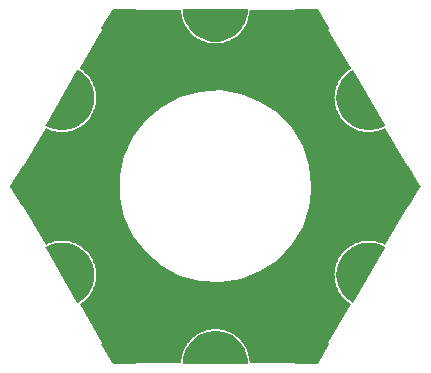
<source format=gbr>
G04 EAGLE Gerber RS-274X export*
G75*
%MOMM*%
%FSLAX34Y34*%
%LPD*%
%INTop Copper*%
%IPPOS*%
%AMOC8*
5,1,8,0,0,1.08239X$1,22.5*%
G01*
%ADD10C,1.000000*%

G36*
X278630Y195708D02*
X278630Y195708D01*
X278658Y195706D01*
X278726Y195728D01*
X278797Y195742D01*
X278820Y195758D01*
X278847Y195767D01*
X278902Y195814D01*
X278961Y195855D01*
X278976Y195879D01*
X278998Y195897D01*
X279029Y195962D01*
X279068Y196022D01*
X279073Y196050D01*
X279085Y196076D01*
X279094Y196177D01*
X279101Y196219D01*
X279099Y196229D01*
X279100Y196242D01*
X279043Y196957D01*
X317165Y196957D01*
X317177Y196967D01*
X317176Y196968D01*
X317177Y196969D01*
X317177Y197041D01*
X317236Y197099D01*
X317236Y197105D01*
X317239Y197107D01*
X317434Y199709D01*
X317432Y199713D01*
X317433Y199716D01*
X317343Y199859D01*
X317496Y200528D01*
X317495Y200529D01*
X317496Y200530D01*
X317547Y201214D01*
X317675Y201324D01*
X317676Y201328D01*
X317679Y201330D01*
X318278Y203958D01*
X318276Y203962D01*
X318277Y203963D01*
X318278Y203965D01*
X318210Y204119D01*
X318461Y204758D01*
X318461Y204759D01*
X318462Y204760D01*
X318614Y205429D01*
X318757Y205518D01*
X318758Y205523D01*
X318762Y205524D01*
X319746Y208033D01*
X319745Y208037D01*
X319747Y208040D01*
X319703Y208203D01*
X320046Y208797D01*
X320046Y208798D01*
X320047Y208799D01*
X320297Y209437D01*
X320452Y209505D01*
X320454Y209509D01*
X320457Y209510D01*
X321805Y211844D01*
X321804Y211848D01*
X321807Y211851D01*
X321788Y212018D01*
X322215Y212555D01*
X322215Y212556D01*
X322216Y212556D01*
X322559Y213150D01*
X322722Y213194D01*
X322725Y213198D01*
X322728Y213198D01*
X324409Y215305D01*
X324409Y215310D01*
X324411Y215312D01*
X324418Y215480D01*
X324921Y215947D01*
X324921Y215948D01*
X324922Y215948D01*
X325349Y216485D01*
X325517Y216504D01*
X325520Y216507D01*
X325524Y216507D01*
X327499Y218340D01*
X327500Y218344D01*
X327501Y218345D01*
X327503Y218346D01*
X327534Y218512D01*
X328101Y218898D01*
X328101Y218900D01*
X328102Y218899D01*
X328605Y219366D01*
X328774Y219360D01*
X328777Y219363D01*
X328781Y219362D01*
X331008Y220880D01*
X331009Y220885D01*
X331012Y220886D01*
X331068Y221045D01*
X331686Y221343D01*
X331686Y221344D01*
X331687Y221344D01*
X332254Y221730D01*
X332420Y221699D01*
X332424Y221701D01*
X332427Y221700D01*
X334855Y222869D01*
X334857Y222873D01*
X334861Y222874D01*
X334940Y223023D01*
X335595Y223225D01*
X335596Y223226D01*
X335597Y223226D01*
X336215Y223524D01*
X336374Y223468D01*
X336378Y223470D01*
X336381Y223468D01*
X338957Y224262D01*
X338959Y224266D01*
X338963Y224267D01*
X339063Y224402D01*
X339741Y224504D01*
X339742Y224505D01*
X339743Y224505D01*
X340399Y224707D01*
X340547Y224628D01*
X340550Y224629D01*
X340551Y224628D01*
X340554Y224628D01*
X340555Y224627D01*
X343220Y225029D01*
X343223Y225032D01*
X343227Y225032D01*
X343346Y225151D01*
X344032Y225151D01*
X344033Y225152D01*
X344033Y225151D01*
X344712Y225254D01*
X344847Y225154D01*
X344851Y225154D01*
X344852Y225153D01*
X344853Y225153D01*
X344854Y225151D01*
X347550Y225151D01*
X347552Y225153D01*
X347553Y225154D01*
X347557Y225154D01*
X347692Y225254D01*
X348371Y225151D01*
X348372Y225152D01*
X348372Y225151D01*
X349058Y225151D01*
X349177Y225032D01*
X349182Y225032D01*
X349184Y225029D01*
X351849Y224627D01*
X351850Y224628D01*
X351853Y224628D01*
X351854Y224629D01*
X351857Y224628D01*
X352005Y224707D01*
X352661Y224505D01*
X352662Y224505D01*
X352663Y224504D01*
X353341Y224402D01*
X353441Y224267D01*
X353446Y224266D01*
X353447Y224262D01*
X356023Y223468D01*
X356027Y223470D01*
X356030Y223468D01*
X356189Y223524D01*
X356807Y223226D01*
X356808Y223226D01*
X356809Y223225D01*
X357464Y223023D01*
X357543Y222874D01*
X357548Y222873D01*
X357549Y222869D01*
X359977Y221700D01*
X359981Y221701D01*
X359984Y221699D01*
X360150Y221730D01*
X360717Y221344D01*
X360718Y221344D01*
X360718Y221343D01*
X361336Y221045D01*
X361392Y220886D01*
X361396Y220884D01*
X361396Y220880D01*
X363623Y219362D01*
X363628Y219362D01*
X363630Y219360D01*
X363799Y219366D01*
X364302Y218899D01*
X364303Y218899D01*
X364303Y218898D01*
X364870Y218512D01*
X364901Y218346D01*
X364905Y218344D01*
X364905Y218340D01*
X366880Y216507D01*
X366885Y216507D01*
X366887Y216504D01*
X367055Y216485D01*
X367482Y215948D01*
X367483Y215948D01*
X367483Y215947D01*
X367986Y215480D01*
X367993Y215312D01*
X367996Y215309D01*
X367995Y215305D01*
X369676Y213198D01*
X369680Y213197D01*
X369682Y213194D01*
X369845Y213150D01*
X370188Y212556D01*
X370189Y212556D01*
X370189Y212555D01*
X370616Y212018D01*
X370606Y211928D01*
X370597Y211851D01*
X370600Y211847D01*
X370599Y211844D01*
X371947Y209510D01*
X371951Y209508D01*
X371952Y209505D01*
X372107Y209437D01*
X372357Y208799D01*
X372358Y208798D01*
X372358Y208797D01*
X372701Y208203D01*
X372657Y208040D01*
X372659Y208037D01*
X372658Y208036D01*
X372659Y208035D01*
X372658Y208033D01*
X373642Y205524D01*
X373647Y205522D01*
X373647Y205518D01*
X373790Y205429D01*
X373942Y204760D01*
X373944Y204759D01*
X373943Y204758D01*
X374194Y204119D01*
X374126Y203965D01*
X374128Y203961D01*
X374126Y203958D01*
X374725Y201330D01*
X374729Y201327D01*
X374729Y201324D01*
X374857Y201214D01*
X374908Y200530D01*
X374909Y200529D01*
X374908Y200528D01*
X375061Y199859D01*
X374971Y199716D01*
X374972Y199712D01*
X374970Y199709D01*
X375165Y197107D01*
X375168Y197103D01*
X375168Y197099D01*
X375227Y197041D01*
X375227Y196969D01*
X375237Y196957D01*
X375238Y196958D01*
X375239Y196957D01*
X413361Y196957D01*
X413304Y196242D01*
X413308Y196213D01*
X413303Y196185D01*
X413320Y196116D01*
X413328Y196044D01*
X413343Y196020D01*
X413349Y195992D01*
X413392Y195934D01*
X413428Y195872D01*
X413450Y195855D01*
X413467Y195832D01*
X413529Y195795D01*
X413586Y195752D01*
X413614Y195745D01*
X413638Y195730D01*
X413738Y195714D01*
X413779Y195703D01*
X413789Y195705D01*
X413802Y195703D01*
X432802Y195703D01*
X432878Y195718D01*
X432956Y195727D01*
X432975Y195738D01*
X432997Y195742D01*
X433061Y195786D01*
X433129Y195825D01*
X433145Y195844D01*
X433161Y195855D01*
X433185Y195893D01*
X433235Y195953D01*
X442735Y212453D01*
X442744Y212480D01*
X442760Y212504D01*
X442775Y212574D01*
X442798Y212642D01*
X442795Y212670D01*
X442801Y212698D01*
X442788Y212769D01*
X442782Y212840D01*
X442769Y212865D01*
X442763Y212893D01*
X442723Y212953D01*
X442690Y213016D01*
X442668Y213034D01*
X442652Y213058D01*
X442569Y213116D01*
X442537Y213143D01*
X442526Y213146D01*
X442516Y213153D01*
X441888Y213450D01*
X460923Y246419D01*
X460922Y246423D01*
X460924Y246424D01*
X460921Y246427D01*
X460920Y246435D01*
X460919Y246435D01*
X460918Y246436D01*
X460864Y246467D01*
X460842Y246547D01*
X460838Y246550D01*
X460837Y246554D01*
X458679Y248025D01*
X458675Y248024D01*
X458675Y248025D01*
X458673Y248025D01*
X458672Y248027D01*
X458631Y248025D01*
X458503Y248021D01*
X458000Y248487D01*
X457999Y248487D01*
X457999Y248488D01*
X457432Y248874D01*
X457401Y249040D01*
X457397Y249043D01*
X457397Y249046D01*
X455419Y250880D01*
X455415Y250881D01*
X455412Y250884D01*
X455245Y250902D01*
X454817Y251439D01*
X454816Y251439D01*
X454816Y251440D01*
X454313Y251906D01*
X454306Y252075D01*
X454303Y252078D01*
X454304Y252082D01*
X452621Y254190D01*
X452617Y254191D01*
X452615Y254194D01*
X452452Y254238D01*
X452109Y254832D01*
X452108Y254832D01*
X452108Y254833D01*
X451680Y255369D01*
X451699Y255537D01*
X451696Y255541D01*
X451698Y255544D01*
X450348Y257880D01*
X450344Y257881D01*
X450343Y257885D01*
X450188Y257952D01*
X449937Y258590D01*
X449936Y258591D01*
X449937Y258592D01*
X449593Y259186D01*
X449637Y259349D01*
X449636Y259352D01*
X449636Y259353D01*
X449635Y259354D01*
X449637Y259356D01*
X448650Y261867D01*
X448646Y261869D01*
X448646Y261873D01*
X448503Y261962D01*
X448350Y262631D01*
X448349Y262632D01*
X448349Y262633D01*
X448099Y263271D01*
X448166Y263426D01*
X448164Y263430D01*
X448167Y263433D01*
X447566Y266063D01*
X447562Y266065D01*
X447562Y266069D01*
X447434Y266179D01*
X447382Y266863D01*
X447382Y266864D01*
X447382Y266865D01*
X447229Y267533D01*
X447319Y267676D01*
X447318Y267681D01*
X447321Y267683D01*
X447118Y270373D01*
X447115Y270376D01*
X447115Y270380D01*
X447005Y270508D01*
X447057Y271192D01*
X447056Y271193D01*
X447057Y271194D01*
X447005Y271878D01*
X447115Y272005D01*
X447115Y272010D01*
X447118Y272012D01*
X447318Y274702D01*
X447316Y274706D01*
X447317Y274709D01*
X447227Y274852D01*
X447379Y275521D01*
X447379Y275522D01*
X447380Y275523D01*
X447431Y276207D01*
X447558Y276317D01*
X447559Y276321D01*
X447562Y276323D01*
X448162Y278953D01*
X448161Y278954D01*
X448162Y278954D01*
X448160Y278956D01*
X448159Y278957D01*
X448161Y278960D01*
X448094Y279115D01*
X448344Y279753D01*
X448343Y279755D01*
X448344Y279755D01*
X448497Y280424D01*
X448640Y280514D01*
X448641Y280518D01*
X448644Y280520D01*
X449629Y283031D01*
X449627Y283035D01*
X449629Y283037D01*
X449628Y283037D01*
X449629Y283038D01*
X449586Y283201D01*
X449929Y283795D01*
X449928Y283796D01*
X449929Y283797D01*
X450180Y284435D01*
X450334Y284503D01*
X450336Y284507D01*
X450340Y284508D01*
X451688Y286844D01*
X451687Y286849D01*
X451689Y286852D01*
X451670Y287019D01*
X452098Y287555D01*
X452098Y287557D01*
X452099Y287557D01*
X452442Y288151D01*
X452604Y288195D01*
X452607Y288199D01*
X452611Y288199D01*
X454292Y290308D01*
X454291Y290313D01*
X454294Y290315D01*
X454300Y290484D01*
X454803Y290950D01*
X454803Y290952D01*
X454804Y290952D01*
X455232Y291488D01*
X455399Y291507D01*
X455403Y291511D01*
X455406Y291510D01*
X457383Y293346D01*
X457383Y293350D01*
X457384Y293351D01*
X457387Y293352D01*
X457418Y293518D01*
X457984Y293904D01*
X457985Y293905D01*
X457986Y293905D01*
X458489Y294372D01*
X458657Y294366D01*
X458658Y294367D01*
X458659Y294367D01*
X458661Y294369D01*
X458664Y294368D01*
X460892Y295888D01*
X460893Y295893D01*
X460897Y295894D01*
X460952Y296053D01*
X461570Y296351D01*
X461571Y296352D01*
X461572Y296352D01*
X462139Y296739D01*
X462304Y296707D01*
X462308Y296710D01*
X462312Y296708D01*
X464741Y297879D01*
X464743Y297884D01*
X464747Y297885D01*
X464825Y298034D01*
X465481Y298236D01*
X465482Y298237D01*
X465483Y298237D01*
X466101Y298534D01*
X466260Y298479D01*
X466264Y298481D01*
X466267Y298479D01*
X468844Y299275D01*
X468847Y299279D01*
X468850Y299279D01*
X468950Y299415D01*
X469629Y299517D01*
X469630Y299518D01*
X469631Y299517D01*
X470286Y299720D01*
X470435Y299641D01*
X470440Y299642D01*
X470442Y299640D01*
X473109Y300043D01*
X473113Y300046D01*
X473116Y300046D01*
X473235Y300165D01*
X473921Y300165D01*
X473922Y300166D01*
X473923Y300166D01*
X474601Y300268D01*
X474737Y300168D01*
X474741Y300168D01*
X474742Y300168D01*
X474744Y300166D01*
X477441Y300167D01*
X477443Y300168D01*
X477444Y300168D01*
X477445Y300170D01*
X477448Y300169D01*
X477584Y300269D01*
X478262Y300167D01*
X478263Y300168D01*
X478264Y300167D01*
X478950Y300167D01*
X479069Y300048D01*
X479074Y300048D01*
X479076Y300045D01*
X481743Y299643D01*
X481747Y299646D01*
X481751Y299645D01*
X481900Y299723D01*
X482555Y299521D01*
X482556Y299522D01*
X482557Y299521D01*
X483235Y299419D01*
X483336Y299284D01*
X483340Y299283D01*
X483342Y299279D01*
X485919Y298485D01*
X485920Y298485D01*
X485921Y298485D01*
X485925Y298485D01*
X485926Y298486D01*
X485927Y298485D01*
X486086Y298541D01*
X486704Y298243D01*
X486705Y298244D01*
X486706Y298243D01*
X487361Y298041D01*
X487440Y297892D01*
X487444Y297890D01*
X487445Y297887D01*
X489799Y296754D01*
X489801Y296755D01*
X489802Y296754D01*
X489806Y296754D01*
X489807Y296753D01*
X489887Y296775D01*
X489957Y296734D01*
X489973Y296738D01*
X489973Y296739D01*
X489974Y296739D01*
X509010Y329711D01*
X509618Y329291D01*
X509645Y329280D01*
X509667Y329261D01*
X509736Y329241D01*
X509801Y329213D01*
X509830Y329213D01*
X509858Y329205D01*
X509929Y329213D01*
X510000Y329213D01*
X510027Y329224D01*
X510056Y329227D01*
X510118Y329262D01*
X510183Y329290D01*
X510204Y329310D01*
X510229Y329325D01*
X510292Y329402D01*
X510322Y329432D01*
X510326Y329442D01*
X510335Y329453D01*
X519835Y345953D01*
X519845Y345985D01*
X519854Y345998D01*
X519858Y346022D01*
X519859Y346026D01*
X519890Y346096D01*
X519890Y346120D01*
X519898Y346142D01*
X519892Y346218D01*
X519893Y346295D01*
X519883Y346319D01*
X519882Y346340D01*
X519861Y346379D01*
X519835Y346451D01*
X510335Y362951D01*
X510316Y362973D01*
X510303Y362999D01*
X510250Y363047D01*
X510203Y363100D01*
X510177Y363113D01*
X510156Y363132D01*
X510088Y363155D01*
X510024Y363186D01*
X509995Y363188D01*
X509968Y363197D01*
X509896Y363192D01*
X509825Y363195D01*
X509798Y363185D01*
X509769Y363183D01*
X509679Y363141D01*
X509639Y363126D01*
X509631Y363119D01*
X509618Y363113D01*
X509010Y362693D01*
X489974Y395665D01*
X489965Y395668D01*
X489964Y395668D01*
X489959Y395670D01*
X489958Y395669D01*
X489957Y395670D01*
X489887Y395629D01*
X489807Y395651D01*
X489803Y395648D01*
X489799Y395650D01*
X487445Y394517D01*
X487444Y394513D01*
X487440Y394512D01*
X487361Y394363D01*
X486706Y394161D01*
X486705Y394160D01*
X486704Y394161D01*
X486086Y393863D01*
X485927Y393919D01*
X485922Y393917D01*
X485919Y393919D01*
X483342Y393125D01*
X483339Y393121D01*
X483336Y393120D01*
X483235Y392985D01*
X482557Y392883D01*
X482556Y392882D01*
X482555Y392883D01*
X481900Y392681D01*
X481751Y392759D01*
X481746Y392758D01*
X481743Y392761D01*
X479076Y392359D01*
X479073Y392356D01*
X479069Y392356D01*
X478950Y392237D01*
X478264Y392237D01*
X478263Y392236D01*
X478262Y392237D01*
X477584Y392135D01*
X477448Y392235D01*
X477444Y392235D01*
X477441Y392237D01*
X474744Y392238D01*
X474741Y392235D01*
X474737Y392236D01*
X474601Y392136D01*
X473923Y392238D01*
X473922Y392238D01*
X473921Y392239D01*
X473235Y392239D01*
X473116Y392358D01*
X473111Y392358D01*
X473109Y392361D01*
X470442Y392764D01*
X470438Y392762D01*
X470435Y392763D01*
X470286Y392684D01*
X469631Y392887D01*
X469629Y392886D01*
X469629Y392887D01*
X468950Y392989D01*
X468850Y393125D01*
X468846Y393126D01*
X468844Y393129D01*
X466267Y393925D01*
X466266Y393925D01*
X466265Y393925D01*
X466263Y393925D01*
X466261Y393924D01*
X466260Y393925D01*
X466101Y393870D01*
X465483Y394167D01*
X465481Y394167D01*
X465481Y394168D01*
X464825Y394370D01*
X464747Y394519D01*
X464742Y394521D01*
X464741Y394525D01*
X462312Y395696D01*
X462307Y395695D01*
X462304Y395697D01*
X462139Y395665D01*
X461572Y396052D01*
X461571Y396052D01*
X461570Y396053D01*
X460952Y396351D01*
X460897Y396510D01*
X460893Y396512D01*
X460892Y396516D01*
X458664Y398036D01*
X458660Y398035D01*
X458657Y398038D01*
X458494Y398032D01*
X458493Y398032D01*
X458489Y398032D01*
X457986Y398499D01*
X457985Y398499D01*
X457984Y398500D01*
X457418Y398886D01*
X457387Y399052D01*
X457383Y399055D01*
X457383Y399058D01*
X455406Y400894D01*
X455402Y400894D01*
X455399Y400897D01*
X455232Y400916D01*
X454804Y401452D01*
X454803Y401453D01*
X454803Y401454D01*
X454300Y401920D01*
X454294Y402089D01*
X454291Y402092D01*
X454292Y402096D01*
X452611Y404205D01*
X452606Y404206D01*
X452604Y404209D01*
X452442Y404253D01*
X452099Y404847D01*
X452098Y404848D01*
X452098Y404849D01*
X451670Y405385D01*
X451689Y405552D01*
X451686Y405556D01*
X451688Y405560D01*
X450340Y407896D01*
X450335Y407898D01*
X450334Y407901D01*
X450180Y407969D01*
X449929Y408607D01*
X449928Y408608D01*
X449929Y408609D01*
X449586Y409203D01*
X449629Y409366D01*
X449627Y409370D01*
X449628Y409371D01*
X449629Y409373D01*
X448644Y411884D01*
X448640Y411887D01*
X448640Y411890D01*
X448497Y411980D01*
X448344Y412649D01*
X448343Y412650D01*
X448344Y412651D01*
X448094Y413289D01*
X448161Y413444D01*
X448160Y413448D01*
X448162Y413451D01*
X447562Y416081D01*
X447558Y416084D01*
X447558Y416087D01*
X447431Y416197D01*
X447380Y416881D01*
X447379Y416882D01*
X447379Y416883D01*
X447227Y417552D01*
X447317Y417695D01*
X447316Y417699D01*
X447318Y417702D01*
X447118Y420392D01*
X447114Y420395D01*
X447115Y420399D01*
X447005Y420526D01*
X447057Y421210D01*
X447056Y421211D01*
X447057Y421212D01*
X447005Y421896D01*
X447115Y422024D01*
X447115Y422029D01*
X447118Y422031D01*
X447321Y424721D01*
X447318Y424724D01*
X447319Y424728D01*
X447229Y424871D01*
X447382Y425539D01*
X447382Y425540D01*
X447382Y425541D01*
X447434Y426225D01*
X447562Y426335D01*
X447562Y426340D01*
X447566Y426341D01*
X448167Y428971D01*
X448166Y428972D01*
X448167Y428972D01*
X448164Y428975D01*
X448166Y428978D01*
X448099Y429133D01*
X448349Y429771D01*
X448349Y429772D01*
X448349Y429773D01*
X448350Y429773D01*
X448503Y430442D01*
X448646Y430531D01*
X448647Y430536D01*
X448650Y430537D01*
X449637Y433048D01*
X449635Y433052D01*
X449637Y433055D01*
X449593Y433218D01*
X449937Y433812D01*
X449936Y433813D01*
X449937Y433814D01*
X450188Y434452D01*
X450343Y434519D01*
X450345Y434524D01*
X450348Y434524D01*
X451698Y436860D01*
X451697Y436862D01*
X451698Y436863D01*
X451697Y436865D01*
X451699Y436867D01*
X451680Y437035D01*
X452108Y437571D01*
X452108Y437572D01*
X452109Y437572D01*
X452452Y438166D01*
X452615Y438210D01*
X452618Y438214D01*
X452621Y438214D01*
X454304Y440322D01*
X454304Y440325D01*
X454304Y440327D01*
X454306Y440329D01*
X454313Y440498D01*
X454816Y440964D01*
X454816Y440965D01*
X454817Y440965D01*
X455245Y441502D01*
X455412Y441520D01*
X455416Y441524D01*
X455419Y441524D01*
X457397Y443358D01*
X457398Y443362D01*
X457401Y443364D01*
X457432Y443530D01*
X457999Y443916D01*
X457999Y443917D01*
X458000Y443917D01*
X458503Y444383D01*
X458672Y444377D01*
X458675Y444380D01*
X458679Y444379D01*
X460837Y445850D01*
X460839Y445855D01*
X460842Y445857D01*
X460864Y445937D01*
X460918Y445968D01*
X460923Y445983D01*
X460922Y445984D01*
X460923Y445985D01*
X441888Y478954D01*
X442516Y479251D01*
X442538Y479268D01*
X442565Y479278D01*
X442617Y479327D01*
X442675Y479370D01*
X442689Y479395D01*
X442710Y479414D01*
X442739Y479480D01*
X442775Y479542D01*
X442778Y479570D01*
X442790Y479596D01*
X442791Y479668D01*
X442800Y479739D01*
X442792Y479766D01*
X442793Y479795D01*
X442757Y479890D01*
X442746Y479930D01*
X442739Y479939D01*
X442735Y479951D01*
X433235Y496451D01*
X433183Y496510D01*
X433137Y496572D01*
X433118Y496583D01*
X433103Y496600D01*
X433033Y496634D01*
X432966Y496674D01*
X432942Y496678D01*
X432924Y496686D01*
X432879Y496688D01*
X432802Y496701D01*
X413802Y496701D01*
X413774Y496696D01*
X413746Y496698D01*
X413678Y496676D01*
X413607Y496662D01*
X413584Y496646D01*
X413557Y496637D01*
X413502Y496590D01*
X413443Y496549D01*
X413428Y496525D01*
X413407Y496507D01*
X413375Y496442D01*
X413336Y496382D01*
X413331Y496354D01*
X413319Y496328D01*
X413310Y496227D01*
X413303Y496185D01*
X413305Y496175D01*
X413304Y496162D01*
X413361Y495447D01*
X375239Y495447D01*
X375227Y495437D01*
X375228Y495436D01*
X375227Y495435D01*
X375227Y495363D01*
X375168Y495305D01*
X375168Y495301D01*
X375167Y495300D01*
X375168Y495300D01*
X375168Y495299D01*
X375165Y495297D01*
X374970Y492695D01*
X374972Y492691D01*
X374971Y492688D01*
X375061Y492545D01*
X374908Y491876D01*
X374909Y491875D01*
X374908Y491874D01*
X374857Y491190D01*
X374729Y491080D01*
X374729Y491076D01*
X374728Y491076D01*
X374725Y491074D01*
X374126Y488446D01*
X374128Y488442D01*
X374126Y488439D01*
X374194Y488285D01*
X373943Y487646D01*
X373943Y487645D01*
X373942Y487644D01*
X373790Y486975D01*
X373647Y486886D01*
X373646Y486881D01*
X373642Y486880D01*
X372658Y484371D01*
X372659Y484367D01*
X372658Y484365D01*
X372657Y484364D01*
X372701Y484201D01*
X372358Y483607D01*
X372358Y483606D01*
X372357Y483605D01*
X372107Y482967D01*
X371952Y482899D01*
X371950Y482895D01*
X371947Y482894D01*
X370599Y480560D01*
X370599Y480558D01*
X370598Y480557D01*
X370600Y480556D01*
X370597Y480553D01*
X370616Y480386D01*
X370189Y479849D01*
X370189Y479848D01*
X370188Y479848D01*
X369845Y479254D01*
X369682Y479210D01*
X369679Y479206D01*
X369676Y479206D01*
X367995Y477099D01*
X367995Y477096D01*
X367995Y477095D01*
X367995Y477094D01*
X367993Y477092D01*
X367986Y476924D01*
X367483Y476457D01*
X367483Y476456D01*
X367482Y476456D01*
X367055Y475919D01*
X366887Y475900D01*
X366884Y475897D01*
X366880Y475897D01*
X364905Y474064D01*
X364904Y474059D01*
X364901Y474058D01*
X364870Y473892D01*
X364303Y473506D01*
X364303Y473504D01*
X364302Y473505D01*
X363799Y473038D01*
X363630Y473044D01*
X363627Y473041D01*
X363623Y473042D01*
X361396Y471524D01*
X361395Y471519D01*
X361392Y471518D01*
X361336Y471359D01*
X360718Y471061D01*
X360718Y471060D01*
X360717Y471060D01*
X360150Y470674D01*
X359984Y470705D01*
X359980Y470703D01*
X359977Y470704D01*
X357548Y469535D01*
X357547Y469531D01*
X357543Y469530D01*
X357464Y469381D01*
X356809Y469179D01*
X356808Y469178D01*
X356807Y469178D01*
X356189Y468880D01*
X356030Y468936D01*
X356026Y468934D01*
X356023Y468936D01*
X353447Y468142D01*
X353445Y468138D01*
X353441Y468137D01*
X353341Y468002D01*
X352663Y467900D01*
X352662Y467899D01*
X352661Y467899D01*
X352005Y467697D01*
X351857Y467776D01*
X351852Y467775D01*
X351849Y467777D01*
X349184Y467375D01*
X349181Y467372D01*
X349177Y467372D01*
X349058Y467253D01*
X348372Y467253D01*
X348371Y467252D01*
X348371Y467253D01*
X347692Y467150D01*
X347557Y467250D01*
X347552Y467250D01*
X347550Y467253D01*
X344854Y467253D01*
X344851Y467250D01*
X344847Y467250D01*
X344712Y467150D01*
X344033Y467253D01*
X344032Y467252D01*
X344032Y467253D01*
X343346Y467253D01*
X343227Y467372D01*
X343222Y467372D01*
X343220Y467375D01*
X340555Y467777D01*
X340551Y467774D01*
X340547Y467776D01*
X340399Y467697D01*
X339743Y467899D01*
X339742Y467899D01*
X339741Y467900D01*
X339063Y468002D01*
X338963Y468137D01*
X338958Y468138D01*
X338957Y468142D01*
X336381Y468936D01*
X336377Y468934D01*
X336374Y468936D01*
X336215Y468880D01*
X335597Y469178D01*
X335595Y469178D01*
X335595Y469179D01*
X334940Y469381D01*
X334861Y469530D01*
X334856Y469531D01*
X334855Y469535D01*
X332427Y470704D01*
X332423Y470703D01*
X332420Y470705D01*
X332254Y470674D01*
X331687Y471060D01*
X331686Y471060D01*
X331686Y471061D01*
X331068Y471359D01*
X331012Y471518D01*
X331008Y471520D01*
X331008Y471524D01*
X328781Y473042D01*
X328776Y473042D01*
X328774Y473044D01*
X328605Y473038D01*
X328102Y473505D01*
X328101Y473505D01*
X328101Y473506D01*
X327534Y473892D01*
X327503Y474058D01*
X327499Y474060D01*
X327499Y474064D01*
X325524Y475897D01*
X325519Y475897D01*
X325517Y475900D01*
X325349Y475919D01*
X324922Y476456D01*
X324921Y476456D01*
X324921Y476457D01*
X324418Y476924D01*
X324411Y477092D01*
X324408Y477095D01*
X324409Y477099D01*
X322728Y479206D01*
X322724Y479207D01*
X322722Y479210D01*
X322559Y479254D01*
X322216Y479848D01*
X322215Y479848D01*
X322215Y479849D01*
X321788Y480386D01*
X321807Y480553D01*
X321804Y480557D01*
X321805Y480560D01*
X320457Y482894D01*
X320453Y482896D01*
X320452Y482899D01*
X320297Y482967D01*
X320047Y483605D01*
X320046Y483606D01*
X320046Y483607D01*
X319703Y484201D01*
X319747Y484364D01*
X319745Y484368D01*
X319746Y484371D01*
X318762Y486880D01*
X318757Y486882D01*
X318757Y486886D01*
X318614Y486975D01*
X318462Y487644D01*
X318460Y487645D01*
X318461Y487646D01*
X318210Y488285D01*
X318278Y488439D01*
X318276Y488443D01*
X318277Y488444D01*
X318278Y488445D01*
X318278Y488446D01*
X317679Y491074D01*
X317675Y491077D01*
X317675Y491080D01*
X317547Y491190D01*
X317496Y491874D01*
X317495Y491875D01*
X317496Y491876D01*
X317343Y492545D01*
X317433Y492688D01*
X317432Y492692D01*
X317434Y492695D01*
X317239Y495297D01*
X317236Y495301D01*
X317236Y495305D01*
X317177Y495363D01*
X317177Y495435D01*
X317167Y495447D01*
X317166Y495446D01*
X317165Y495447D01*
X279043Y495447D01*
X279100Y496162D01*
X279096Y496191D01*
X279101Y496219D01*
X279084Y496288D01*
X279076Y496360D01*
X279062Y496384D01*
X279055Y496412D01*
X279012Y496470D01*
X278977Y496532D01*
X278954Y496549D01*
X278937Y496572D01*
X278875Y496609D01*
X278818Y496652D01*
X278790Y496659D01*
X278766Y496674D01*
X278666Y496690D01*
X278625Y496701D01*
X278615Y496699D01*
X278602Y496701D01*
X259602Y496701D01*
X259526Y496686D01*
X259448Y496677D01*
X259429Y496666D01*
X259407Y496662D01*
X259343Y496618D01*
X259275Y496579D01*
X259259Y496560D01*
X259243Y496549D01*
X259219Y496511D01*
X259169Y496451D01*
X249669Y479951D01*
X249660Y479924D01*
X249644Y479900D01*
X249629Y479830D01*
X249606Y479762D01*
X249609Y479734D01*
X249603Y479706D01*
X249617Y479636D01*
X249622Y479564D01*
X249635Y479539D01*
X249641Y479511D01*
X249681Y479451D01*
X249714Y479388D01*
X249736Y479370D01*
X249752Y479346D01*
X249835Y479288D01*
X249867Y479261D01*
X249878Y479258D01*
X249889Y479251D01*
X250516Y478954D01*
X231481Y445985D01*
X231484Y445969D01*
X231485Y445969D01*
X231486Y445968D01*
X231540Y445937D01*
X231562Y445857D01*
X231566Y445854D01*
X231567Y445850D01*
X233725Y444379D01*
X233730Y444380D01*
X233732Y444377D01*
X233901Y444383D01*
X234404Y443917D01*
X234405Y443917D01*
X234405Y443916D01*
X234972Y443530D01*
X235003Y443364D01*
X235007Y443361D01*
X235007Y443358D01*
X236985Y441524D01*
X236989Y441523D01*
X236992Y441520D01*
X237159Y441502D01*
X237587Y440965D01*
X237588Y440965D01*
X237588Y440964D01*
X238091Y440498D01*
X238098Y440329D01*
X238101Y440326D01*
X238100Y440322D01*
X239783Y438214D01*
X239787Y438213D01*
X239789Y438210D01*
X239952Y438166D01*
X240295Y437572D01*
X240296Y437572D01*
X240296Y437571D01*
X240724Y437035D01*
X240718Y436986D01*
X240718Y436985D01*
X240705Y436867D01*
X240708Y436863D01*
X240706Y436860D01*
X242056Y434524D01*
X242060Y434523D01*
X242061Y434519D01*
X242216Y434452D01*
X242467Y433814D01*
X242468Y433813D01*
X242467Y433812D01*
X242811Y433218D01*
X242767Y433055D01*
X242769Y433051D01*
X242767Y433048D01*
X243754Y430537D01*
X243758Y430535D01*
X243759Y430531D01*
X243901Y430442D01*
X244054Y429773D01*
X244055Y429772D01*
X244055Y429771D01*
X244305Y429133D01*
X244238Y428978D01*
X244239Y428977D01*
X244237Y428975D01*
X244239Y428973D01*
X244237Y428971D01*
X244838Y426341D01*
X244842Y426339D01*
X244842Y426335D01*
X244970Y426225D01*
X245022Y425541D01*
X245022Y425540D01*
X245022Y425539D01*
X245175Y424871D01*
X245085Y424728D01*
X245085Y424726D01*
X245085Y424725D01*
X245086Y424723D01*
X245083Y424721D01*
X245286Y422031D01*
X245289Y422028D01*
X245289Y422024D01*
X245399Y421896D01*
X245347Y421212D01*
X245348Y421211D01*
X245347Y421210D01*
X245399Y420526D01*
X245289Y420399D01*
X245289Y420395D01*
X245286Y420392D01*
X245287Y420392D01*
X245286Y420392D01*
X245086Y417702D01*
X245088Y417698D01*
X245087Y417695D01*
X245177Y417552D01*
X245025Y416883D01*
X245025Y416882D01*
X245024Y416881D01*
X244973Y416197D01*
X244846Y416087D01*
X244845Y416083D01*
X244842Y416081D01*
X244242Y413451D01*
X244245Y413447D01*
X244243Y413444D01*
X244310Y413289D01*
X244060Y412651D01*
X244061Y412649D01*
X244060Y412649D01*
X243907Y411980D01*
X243764Y411890D01*
X243763Y411886D01*
X243760Y411884D01*
X242775Y409373D01*
X242777Y409369D01*
X242775Y409366D01*
X242818Y409203D01*
X242475Y408609D01*
X242476Y408608D01*
X242475Y408607D01*
X242224Y407969D01*
X242070Y407901D01*
X242068Y407897D01*
X242064Y407896D01*
X240716Y405560D01*
X240717Y405556D01*
X240715Y405554D01*
X240716Y405553D01*
X240715Y405552D01*
X240734Y405385D01*
X240306Y404849D01*
X240306Y404847D01*
X240305Y404847D01*
X239962Y404253D01*
X239800Y404209D01*
X239797Y404205D01*
X239793Y404205D01*
X238112Y402096D01*
X238113Y402093D01*
X238112Y402092D01*
X238113Y402091D01*
X238110Y402089D01*
X238104Y401920D01*
X237601Y401454D01*
X237601Y401452D01*
X237600Y401452D01*
X237172Y400916D01*
X237005Y400897D01*
X237001Y400893D01*
X236998Y400894D01*
X235021Y399058D01*
X235021Y399054D01*
X235017Y399052D01*
X234986Y398886D01*
X234420Y398500D01*
X234419Y398499D01*
X234418Y398499D01*
X233915Y398032D01*
X233911Y398032D01*
X233910Y398032D01*
X233747Y398038D01*
X233743Y398035D01*
X233740Y398036D01*
X231512Y396516D01*
X231511Y396511D01*
X231507Y396510D01*
X231452Y396351D01*
X230834Y396053D01*
X230833Y396052D01*
X230832Y396052D01*
X230265Y395665D01*
X230100Y395697D01*
X230096Y395694D01*
X230092Y395696D01*
X227663Y394525D01*
X227661Y394520D01*
X227657Y394519D01*
X227579Y394370D01*
X226923Y394168D01*
X226922Y394167D01*
X226921Y394167D01*
X226303Y393870D01*
X226144Y393925D01*
X226142Y393924D01*
X226141Y393925D01*
X226139Y393925D01*
X226138Y393925D01*
X226137Y393925D01*
X223560Y393129D01*
X223557Y393125D01*
X223554Y393125D01*
X223454Y392989D01*
X222775Y392887D01*
X222774Y392886D01*
X222773Y392887D01*
X222118Y392684D01*
X221969Y392763D01*
X221964Y392762D01*
X221962Y392764D01*
X219295Y392361D01*
X219291Y392358D01*
X219288Y392358D01*
X219169Y392239D01*
X218483Y392239D01*
X218482Y392238D01*
X218481Y392238D01*
X217803Y392136D01*
X217667Y392236D01*
X217662Y392236D01*
X217660Y392238D01*
X214963Y392237D01*
X214959Y392234D01*
X214956Y392235D01*
X214820Y392135D01*
X214142Y392237D01*
X214141Y392236D01*
X214140Y392237D01*
X213454Y392237D01*
X213335Y392356D01*
X213330Y392356D01*
X213328Y392359D01*
X210661Y392761D01*
X210657Y392758D01*
X210653Y392759D01*
X210504Y392681D01*
X209849Y392883D01*
X209848Y392882D01*
X209847Y392883D01*
X209169Y392985D01*
X209068Y393120D01*
X209064Y393121D01*
X209062Y393125D01*
X206485Y393919D01*
X206480Y393917D01*
X206477Y393919D01*
X206318Y393863D01*
X205700Y394161D01*
X205699Y394160D01*
X205698Y394161D01*
X205043Y394363D01*
X204964Y394512D01*
X204960Y394514D01*
X204959Y394517D01*
X202605Y395650D01*
X202600Y395648D01*
X202597Y395651D01*
X202517Y395629D01*
X202447Y395670D01*
X202441Y395668D01*
X202439Y395668D01*
X202438Y395668D01*
X202431Y395666D01*
X202431Y395665D01*
X202430Y395665D01*
X183394Y362693D01*
X182786Y363113D01*
X182759Y363124D01*
X182737Y363143D01*
X182668Y363163D01*
X182603Y363191D01*
X182574Y363191D01*
X182546Y363199D01*
X182475Y363191D01*
X182404Y363192D01*
X182377Y363180D01*
X182348Y363177D01*
X182286Y363142D01*
X182221Y363114D01*
X182200Y363094D01*
X182175Y363079D01*
X182112Y363002D01*
X182082Y362972D01*
X182078Y362962D01*
X182069Y362951D01*
X172569Y346451D01*
X172545Y346378D01*
X172514Y346308D01*
X172514Y346284D01*
X172506Y346262D01*
X172513Y346186D01*
X172512Y346109D01*
X172521Y346085D01*
X172522Y346064D01*
X172543Y346025D01*
X172562Y345973D01*
X172563Y345967D01*
X172565Y345965D01*
X172569Y345953D01*
X182069Y329453D01*
X182088Y329431D01*
X182101Y329405D01*
X182154Y329357D01*
X182201Y329304D01*
X182227Y329291D01*
X182249Y329272D01*
X182316Y329249D01*
X182380Y329218D01*
X182409Y329217D01*
X182436Y329207D01*
X182508Y329212D01*
X182579Y329209D01*
X182606Y329219D01*
X182635Y329221D01*
X182725Y329263D01*
X182765Y329278D01*
X182773Y329285D01*
X182786Y329291D01*
X183394Y329711D01*
X202430Y296739D01*
X202445Y296734D01*
X202446Y296735D01*
X202447Y296734D01*
X202517Y296775D01*
X202597Y296753D01*
X202598Y296754D01*
X202602Y296754D01*
X202603Y296755D01*
X202605Y296754D01*
X204959Y297887D01*
X204960Y297891D01*
X204964Y297892D01*
X205043Y298041D01*
X205698Y298243D01*
X205699Y298244D01*
X205700Y298243D01*
X206318Y298541D01*
X206477Y298485D01*
X206479Y298486D01*
X206479Y298485D01*
X206483Y298485D01*
X206484Y298486D01*
X206485Y298485D01*
X209062Y299279D01*
X209065Y299283D01*
X209068Y299284D01*
X209169Y299419D01*
X209847Y299521D01*
X209848Y299522D01*
X209849Y299521D01*
X210504Y299723D01*
X210653Y299645D01*
X210658Y299646D01*
X210661Y299643D01*
X213328Y300045D01*
X213331Y300048D01*
X213335Y300048D01*
X213454Y300167D01*
X214140Y300167D01*
X214141Y300168D01*
X214142Y300167D01*
X214820Y300269D01*
X214956Y300169D01*
X214960Y300169D01*
X214960Y300168D01*
X214961Y300168D01*
X214963Y300167D01*
X217660Y300166D01*
X217663Y300168D01*
X217664Y300169D01*
X217667Y300168D01*
X217803Y300268D01*
X218481Y300166D01*
X218482Y300166D01*
X218483Y300165D01*
X219169Y300165D01*
X219288Y300046D01*
X219293Y300046D01*
X219295Y300043D01*
X221962Y299640D01*
X221966Y299642D01*
X221969Y299641D01*
X222118Y299720D01*
X222773Y299517D01*
X222775Y299518D01*
X222775Y299517D01*
X223454Y299415D01*
X223554Y299279D01*
X223558Y299278D01*
X223560Y299275D01*
X226137Y298479D01*
X226141Y298481D01*
X226144Y298479D01*
X226303Y298534D01*
X226921Y298237D01*
X226923Y298237D01*
X226923Y298236D01*
X227579Y298034D01*
X227657Y297885D01*
X227662Y297883D01*
X227663Y297879D01*
X230092Y296708D01*
X230097Y296710D01*
X230100Y296707D01*
X230265Y296739D01*
X230832Y296352D01*
X230833Y296352D01*
X230834Y296351D01*
X231452Y296053D01*
X231507Y295894D01*
X231511Y295892D01*
X231512Y295888D01*
X233740Y294368D01*
X233744Y294369D01*
X233745Y294367D01*
X233746Y294367D01*
X233747Y294366D01*
X233915Y294372D01*
X234418Y293905D01*
X234419Y293905D01*
X234420Y293904D01*
X234986Y293518D01*
X235017Y293352D01*
X235021Y293349D01*
X235021Y293346D01*
X236998Y291510D01*
X237002Y291510D01*
X237005Y291507D01*
X237172Y291488D01*
X237600Y290952D01*
X237601Y290951D01*
X237601Y290950D01*
X238104Y290484D01*
X238110Y290315D01*
X238113Y290312D01*
X238112Y290308D01*
X239793Y288199D01*
X239798Y288198D01*
X239800Y288195D01*
X239962Y288151D01*
X240305Y287557D01*
X240306Y287556D01*
X240306Y287555D01*
X240734Y287019D01*
X240715Y286852D01*
X240718Y286848D01*
X240717Y286848D01*
X240717Y286847D01*
X240716Y286844D01*
X242064Y284508D01*
X242069Y284506D01*
X242070Y284503D01*
X242224Y284435D01*
X242475Y283797D01*
X242476Y283796D01*
X242475Y283795D01*
X242818Y283201D01*
X242775Y283038D01*
X242777Y283034D01*
X242775Y283031D01*
X243760Y280520D01*
X243764Y280517D01*
X243764Y280514D01*
X243907Y280424D01*
X244060Y279755D01*
X244061Y279754D01*
X244060Y279753D01*
X244310Y279115D01*
X244243Y278960D01*
X244244Y278958D01*
X244242Y278957D01*
X244244Y278955D01*
X244242Y278953D01*
X244842Y276323D01*
X244846Y276320D01*
X244846Y276317D01*
X244973Y276207D01*
X245024Y275523D01*
X245025Y275522D01*
X245025Y275521D01*
X245177Y274852D01*
X245087Y274709D01*
X245088Y274708D01*
X245087Y274707D01*
X245088Y274706D01*
X245088Y274705D01*
X245086Y274702D01*
X245286Y272012D01*
X245290Y272009D01*
X245289Y272005D01*
X245399Y271878D01*
X245347Y271194D01*
X245348Y271193D01*
X245347Y271192D01*
X245399Y270508D01*
X245289Y270380D01*
X245289Y270376D01*
X245286Y270374D01*
X245286Y270373D01*
X245083Y267683D01*
X245086Y267680D01*
X245085Y267676D01*
X245175Y267533D01*
X245022Y266865D01*
X245022Y266864D01*
X245022Y266863D01*
X244970Y266179D01*
X244842Y266069D01*
X244842Y266064D01*
X244838Y266063D01*
X244237Y263433D01*
X244240Y263429D01*
X244238Y263426D01*
X244305Y263271D01*
X244055Y262633D01*
X244055Y262631D01*
X244054Y262631D01*
X243901Y261962D01*
X243758Y261873D01*
X243757Y261868D01*
X243754Y261867D01*
X242767Y259356D01*
X242768Y259356D01*
X242768Y259355D01*
X242769Y259352D01*
X242767Y259349D01*
X242811Y259186D01*
X242467Y258592D01*
X242468Y258591D01*
X242467Y258590D01*
X242216Y257952D01*
X242061Y257885D01*
X242059Y257880D01*
X242056Y257880D01*
X240706Y255544D01*
X240707Y255540D01*
X240705Y255537D01*
X240724Y255369D01*
X240296Y254833D01*
X240296Y254832D01*
X240295Y254832D01*
X239952Y254238D01*
X239789Y254194D01*
X239786Y254190D01*
X239783Y254190D01*
X238100Y252082D01*
X238100Y252077D01*
X238098Y252075D01*
X238091Y251906D01*
X237588Y251440D01*
X237588Y251439D01*
X237587Y251439D01*
X237159Y250902D01*
X236992Y250884D01*
X236988Y250880D01*
X236985Y250880D01*
X235007Y249046D01*
X235006Y249042D01*
X235006Y249041D01*
X235003Y249040D01*
X234972Y248874D01*
X234405Y248488D01*
X234405Y248487D01*
X234404Y248487D01*
X233901Y248021D01*
X233772Y248025D01*
X233732Y248027D01*
X233730Y248025D01*
X233729Y248025D01*
X233728Y248024D01*
X233725Y248025D01*
X231567Y246554D01*
X231565Y246549D01*
X231562Y246547D01*
X231540Y246467D01*
X231486Y246436D01*
X231484Y246430D01*
X231480Y246427D01*
X231482Y246425D01*
X231481Y246421D01*
X231482Y246420D01*
X231481Y246419D01*
X250516Y213450D01*
X249889Y213153D01*
X249866Y213136D01*
X249839Y213126D01*
X249787Y213077D01*
X249729Y213034D01*
X249715Y213009D01*
X249694Y212990D01*
X249665Y212924D01*
X249629Y212862D01*
X249626Y212834D01*
X249614Y212808D01*
X249613Y212736D01*
X249604Y212665D01*
X249612Y212638D01*
X249612Y212609D01*
X249647Y212514D01*
X249658Y212474D01*
X249665Y212465D01*
X249669Y212453D01*
X259169Y195953D01*
X259221Y195895D01*
X259267Y195832D01*
X259286Y195821D01*
X259301Y195804D01*
X259371Y195770D01*
X259438Y195730D01*
X259463Y195726D01*
X259480Y195718D01*
X259525Y195716D01*
X259602Y195703D01*
X278602Y195703D01*
X278630Y195708D01*
G37*
%LPC*%
G36*
X333050Y265980D02*
X333050Y265980D01*
X316112Y270682D01*
X300581Y278916D01*
X287183Y290297D01*
X276545Y304291D01*
X269164Y320245D01*
X265385Y337413D01*
X265385Y354991D01*
X269164Y372159D01*
X276545Y388113D01*
X287183Y402107D01*
X300581Y413488D01*
X316112Y421722D01*
X333050Y426424D01*
X350603Y427376D01*
X367950Y424532D01*
X384280Y418026D01*
X398830Y408161D01*
X410919Y395399D01*
X419982Y380336D01*
X425595Y363678D01*
X427495Y346202D01*
X427495Y346201D01*
X427486Y346117D01*
X427484Y346093D01*
X427483Y346093D01*
X427484Y346093D01*
X427481Y346070D01*
X427481Y346069D01*
X427472Y345986D01*
X427469Y345962D01*
X427467Y345938D01*
X427458Y345855D01*
X427455Y345831D01*
X427452Y345807D01*
X427443Y345723D01*
X427441Y345699D01*
X427438Y345676D01*
X427429Y345592D01*
X427426Y345568D01*
X427424Y345544D01*
X427412Y345437D01*
X427410Y345413D01*
X427409Y345413D01*
X427410Y345413D01*
X427398Y345306D01*
X427398Y345305D01*
X427395Y345282D01*
X427393Y345258D01*
X427384Y345174D01*
X427381Y345150D01*
X427378Y345126D01*
X427369Y345043D01*
X427367Y345019D01*
X427364Y344995D01*
X427355Y344912D01*
X427352Y344888D01*
X427350Y344864D01*
X427341Y344780D01*
X427338Y344756D01*
X427336Y344733D01*
X427335Y344733D01*
X427335Y344732D01*
X427326Y344649D01*
X427324Y344625D01*
X427321Y344601D01*
X427312Y344518D01*
X427310Y344494D01*
X427307Y344470D01*
X427295Y344362D01*
X427293Y344339D01*
X427290Y344315D01*
X427281Y344231D01*
X427278Y344207D01*
X427276Y344183D01*
X427267Y344100D01*
X427264Y344076D01*
X427262Y344052D01*
X427261Y344052D01*
X427252Y343969D01*
X427252Y343968D01*
X427250Y343945D01*
X427247Y343921D01*
X427238Y343837D01*
X427236Y343813D01*
X427233Y343789D01*
X427224Y343706D01*
X427221Y343682D01*
X427219Y343658D01*
X427210Y343575D01*
X427207Y343551D01*
X427204Y343527D01*
X427195Y343443D01*
X427193Y343419D01*
X427190Y343396D01*
X427190Y343395D01*
X427178Y343288D01*
X427176Y343264D01*
X427173Y343240D01*
X427164Y343157D01*
X427162Y343133D01*
X427159Y343109D01*
X427150Y343025D01*
X427147Y343002D01*
X427145Y342978D01*
X427136Y342894D01*
X427133Y342870D01*
X427130Y342846D01*
X427121Y342763D01*
X427119Y342739D01*
X427116Y342715D01*
X427107Y342632D01*
X427107Y342631D01*
X427104Y342608D01*
X427102Y342584D01*
X427093Y342500D01*
X427090Y342476D01*
X427088Y342452D01*
X427078Y342369D01*
X427076Y342345D01*
X427073Y342321D01*
X427062Y342214D01*
X427059Y342190D01*
X427056Y342166D01*
X427047Y342082D01*
X427045Y342059D01*
X427045Y342058D01*
X427042Y342035D01*
X427033Y341951D01*
X427030Y341927D01*
X427028Y341903D01*
X427019Y341820D01*
X427016Y341796D01*
X427014Y341772D01*
X427004Y341688D01*
X427002Y341665D01*
X426999Y341641D01*
X426990Y341557D01*
X426988Y341533D01*
X426985Y341509D01*
X426976Y341426D01*
X426973Y341402D01*
X426971Y341378D01*
X426959Y341271D01*
X426956Y341247D01*
X426945Y341139D01*
X426942Y341115D01*
X426940Y341092D01*
X426930Y341008D01*
X426928Y340984D01*
X426925Y340960D01*
X426916Y340877D01*
X426914Y340853D01*
X426911Y340829D01*
X426902Y340745D01*
X426899Y340722D01*
X426899Y340721D01*
X426897Y340698D01*
X426888Y340614D01*
X426885Y340590D01*
X426882Y340566D01*
X426873Y340483D01*
X426871Y340459D01*
X426868Y340435D01*
X426859Y340351D01*
X426856Y340328D01*
X426854Y340304D01*
X426842Y340196D01*
X426840Y340172D01*
X426837Y340149D01*
X426837Y340148D01*
X426828Y340065D01*
X426825Y340041D01*
X426823Y340017D01*
X426814Y339934D01*
X426811Y339910D01*
X426808Y339886D01*
X426799Y339802D01*
X426797Y339778D01*
X426794Y339755D01*
X426785Y339671D01*
X426782Y339647D01*
X426780Y339623D01*
X426771Y339540D01*
X426768Y339516D01*
X426766Y339492D01*
X426756Y339408D01*
X426754Y339385D01*
X426754Y339384D01*
X426751Y339361D01*
X426742Y339277D01*
X426740Y339253D01*
X426737Y339229D01*
X426725Y339122D01*
X426723Y339098D01*
X426720Y339074D01*
X426711Y338991D01*
X426708Y338967D01*
X426706Y338943D01*
X426697Y338859D01*
X426694Y338835D01*
X426692Y338812D01*
X426692Y338811D01*
X426682Y338728D01*
X426680Y338704D01*
X426677Y338680D01*
X426668Y338597D01*
X426666Y338573D01*
X426663Y338549D01*
X426654Y338465D01*
X426651Y338441D01*
X426649Y338418D01*
X426640Y338334D01*
X426637Y338310D01*
X426634Y338286D01*
X426623Y338179D01*
X426620Y338155D01*
X426608Y338048D01*
X426608Y338047D01*
X426606Y338024D01*
X426603Y338000D01*
X426594Y337916D01*
X426592Y337892D01*
X426589Y337868D01*
X426580Y337785D01*
X426577Y337761D01*
X426575Y337737D01*
X426566Y337654D01*
X426563Y337630D01*
X426560Y337606D01*
X426551Y337522D01*
X426549Y337498D01*
X426546Y337475D01*
X426546Y337474D01*
X426537Y337391D01*
X426534Y337367D01*
X426532Y337343D01*
X426523Y337260D01*
X426520Y337236D01*
X426518Y337212D01*
X426506Y337104D01*
X426503Y337081D01*
X426492Y336973D01*
X426489Y336949D01*
X426486Y336925D01*
X426477Y336842D01*
X426475Y336818D01*
X426472Y336794D01*
X426463Y336711D01*
X426463Y336710D01*
X426460Y336687D01*
X426458Y336663D01*
X426449Y336579D01*
X426446Y336555D01*
X426444Y336531D01*
X426435Y336448D01*
X426434Y336448D01*
X426435Y336448D01*
X426432Y336424D01*
X426429Y336400D01*
X426420Y336317D01*
X426418Y336293D01*
X426415Y336269D01*
X426406Y336185D01*
X426403Y336161D01*
X426401Y336138D01*
X426401Y336137D01*
X426389Y336030D01*
X426386Y336006D01*
X426384Y335982D01*
X426375Y335899D01*
X426372Y335875D01*
X426370Y335851D01*
X426361Y335767D01*
X426360Y335767D01*
X426361Y335767D01*
X426358Y335744D01*
X426355Y335720D01*
X426346Y335636D01*
X426344Y335612D01*
X426341Y335588D01*
X426332Y335505D01*
X426329Y335481D01*
X426327Y335457D01*
X426318Y335374D01*
X426318Y335373D01*
X426315Y335350D01*
X426312Y335326D01*
X426303Y335242D01*
X426301Y335218D01*
X426298Y335194D01*
X426289Y335111D01*
X426287Y335087D01*
X426286Y335087D01*
X426287Y335087D01*
X426284Y335063D01*
X426272Y334956D01*
X426270Y334932D01*
X426267Y334908D01*
X426258Y334824D01*
X426255Y334801D01*
X426255Y334800D01*
X426253Y334777D01*
X426244Y334693D01*
X426241Y334669D01*
X426238Y334645D01*
X426229Y334562D01*
X426227Y334538D01*
X426224Y334514D01*
X426215Y334430D01*
X426213Y334407D01*
X426212Y334407D01*
X426213Y334407D01*
X426210Y334383D01*
X426201Y334299D01*
X426198Y334275D01*
X426196Y334251D01*
X426187Y334168D01*
X426184Y334144D01*
X426181Y334120D01*
X426170Y334013D01*
X426167Y333989D01*
X426155Y333881D01*
X426153Y333857D01*
X426150Y333834D01*
X426141Y333750D01*
X426139Y333726D01*
X426138Y333726D01*
X426139Y333726D01*
X426136Y333702D01*
X426127Y333619D01*
X426124Y333595D01*
X426122Y333571D01*
X426113Y333487D01*
X426110Y333464D01*
X426110Y333463D01*
X426107Y333440D01*
X426098Y333356D01*
X426096Y333332D01*
X426093Y333308D01*
X426084Y333225D01*
X426081Y333201D01*
X426079Y333177D01*
X426070Y333093D01*
X426067Y333070D01*
X426065Y333046D01*
X426064Y333046D01*
X426065Y333046D01*
X426053Y332938D01*
X426050Y332914D01*
X426039Y332807D01*
X426036Y332783D01*
X426033Y332759D01*
X426024Y332676D01*
X426022Y332652D01*
X426019Y332628D01*
X426010Y332544D01*
X426007Y332520D01*
X426005Y332497D01*
X425996Y332413D01*
X425993Y332389D01*
X425991Y332365D01*
X425990Y332365D01*
X425981Y332282D01*
X425979Y332258D01*
X425976Y332234D01*
X425967Y332150D01*
X425965Y332127D01*
X425965Y332126D01*
X425962Y332103D01*
X425953Y332019D01*
X425950Y331995D01*
X425948Y331971D01*
X425936Y331864D01*
X425933Y331840D01*
X425931Y331816D01*
X425922Y331733D01*
X425919Y331709D01*
X425917Y331685D01*
X425916Y331685D01*
X425907Y331601D01*
X425905Y331577D01*
X425902Y331554D01*
X425902Y331553D01*
X425893Y331470D01*
X425891Y331446D01*
X425888Y331422D01*
X425879Y331339D01*
X425876Y331315D01*
X425874Y331291D01*
X425865Y331207D01*
X425862Y331183D01*
X425859Y331160D01*
X425850Y331076D01*
X425848Y331052D01*
X425845Y331028D01*
X425836Y330945D01*
X425833Y330921D01*
X425831Y330897D01*
X425819Y330790D01*
X425819Y330789D01*
X425817Y330766D01*
X425814Y330742D01*
X425805Y330658D01*
X425802Y330634D01*
X425800Y330610D01*
X425791Y330527D01*
X425788Y330503D01*
X425785Y330479D01*
X425776Y330396D01*
X425774Y330372D01*
X425771Y330348D01*
X425762Y330264D01*
X425759Y330240D01*
X425757Y330217D01*
X425757Y330216D01*
X425748Y330133D01*
X425745Y330109D01*
X425743Y330085D01*
X425733Y330002D01*
X425731Y329978D01*
X425728Y329954D01*
X425717Y329846D01*
X425714Y329823D01*
X425702Y329715D01*
X425700Y329691D01*
X425697Y329667D01*
X425688Y329584D01*
X425685Y329560D01*
X425683Y329536D01*
X425674Y329453D01*
X425674Y329452D01*
X425671Y329429D01*
X425669Y329405D01*
X425659Y329321D01*
X425657Y329297D01*
X425654Y329273D01*
X425645Y329190D01*
X425643Y329166D01*
X425640Y329142D01*
X425631Y329059D01*
X425628Y329035D01*
X425626Y329011D01*
X425617Y328927D01*
X425614Y328903D01*
X425611Y328880D01*
X425611Y328879D01*
X425600Y328772D01*
X425597Y328748D01*
X425595Y328726D01*
X419982Y312068D01*
X410919Y297005D01*
X398830Y284243D01*
X384280Y274378D01*
X367950Y267872D01*
X350603Y265028D01*
X333050Y265980D01*
G37*
%LPD*%
G36*
X478143Y393769D02*
X478143Y393769D01*
X478186Y393768D01*
X482179Y394369D01*
X482209Y394380D01*
X482252Y394385D01*
X486111Y395574D01*
X486139Y395589D01*
X486180Y395601D01*
X489818Y397352D01*
X489840Y397369D01*
X489866Y397378D01*
X489919Y397428D01*
X489977Y397472D01*
X489990Y397496D01*
X490010Y397515D01*
X490040Y397581D01*
X490076Y397645D01*
X490079Y397672D01*
X490090Y397697D01*
X490091Y397770D01*
X490100Y397842D01*
X490092Y397868D01*
X490092Y397896D01*
X490056Y397994D01*
X490044Y398033D01*
X490038Y398041D01*
X490034Y398052D01*
X463034Y444852D01*
X463016Y444872D01*
X463005Y444897D01*
X462951Y444946D01*
X462903Y445001D01*
X462878Y445012D01*
X462858Y445031D01*
X462789Y445055D01*
X462723Y445086D01*
X462696Y445088D01*
X462671Y445097D01*
X462598Y445092D01*
X462525Y445095D01*
X462499Y445086D01*
X462472Y445084D01*
X462376Y445040D01*
X462338Y445026D01*
X462331Y445019D01*
X462321Y445015D01*
X458984Y442741D01*
X458962Y442718D01*
X458926Y442695D01*
X455965Y439949D01*
X455946Y439923D01*
X455914Y439895D01*
X453396Y436739D01*
X453381Y436710D01*
X453354Y436677D01*
X451334Y433181D01*
X451324Y433151D01*
X451301Y433114D01*
X449825Y429356D01*
X449820Y429324D01*
X449803Y429284D01*
X448903Y425348D01*
X448903Y425316D01*
X448892Y425274D01*
X448589Y421248D01*
X448592Y421225D01*
X448589Y421205D01*
X448591Y421195D01*
X448589Y421174D01*
X448890Y417147D01*
X448898Y417116D01*
X448901Y417073D01*
X449798Y413137D01*
X449811Y413108D01*
X449820Y413065D01*
X451294Y409306D01*
X451311Y409279D01*
X451326Y409239D01*
X453344Y405742D01*
X453365Y405718D01*
X453386Y405680D01*
X455902Y402522D01*
X455927Y402502D01*
X455953Y402468D01*
X458912Y399720D01*
X458939Y399704D01*
X458970Y399674D01*
X462306Y397398D01*
X462335Y397386D01*
X462370Y397361D01*
X466008Y395608D01*
X466038Y395600D01*
X466077Y395581D01*
X469935Y394389D01*
X469967Y394386D01*
X470008Y394373D01*
X474000Y393770D01*
X474032Y393771D01*
X474074Y393764D01*
X478112Y393763D01*
X478143Y393769D01*
G37*
G36*
X218330Y393764D02*
X218330Y393764D01*
X218361Y393770D01*
X218404Y393770D01*
X222396Y394373D01*
X222426Y394384D01*
X222469Y394389D01*
X226327Y395581D01*
X226355Y395596D01*
X226397Y395608D01*
X230034Y397361D01*
X230059Y397380D01*
X230098Y397398D01*
X233434Y399674D01*
X233456Y399697D01*
X233492Y399720D01*
X236451Y402468D01*
X236470Y402493D01*
X236502Y402522D01*
X239018Y405680D01*
X239033Y405708D01*
X239060Y405742D01*
X241078Y409239D01*
X241088Y409269D01*
X241110Y409306D01*
X242584Y413065D01*
X242590Y413097D01*
X242606Y413137D01*
X243503Y417073D01*
X243504Y417105D01*
X243514Y417147D01*
X243815Y421174D01*
X243811Y421205D01*
X243812Y421221D01*
X243815Y421238D01*
X243814Y421242D01*
X243815Y421248D01*
X243512Y425274D01*
X243503Y425305D01*
X243501Y425348D01*
X242601Y429284D01*
X242588Y429313D01*
X242579Y429356D01*
X241103Y433114D01*
X241085Y433141D01*
X241070Y433181D01*
X239050Y436677D01*
X239029Y436701D01*
X239008Y436739D01*
X236490Y439895D01*
X236465Y439915D01*
X236439Y439949D01*
X233478Y442695D01*
X233451Y442711D01*
X233420Y442741D01*
X230083Y445015D01*
X230058Y445025D01*
X230037Y445042D01*
X229967Y445063D01*
X229900Y445092D01*
X229872Y445092D01*
X229846Y445099D01*
X229774Y445091D01*
X229701Y445091D01*
X229676Y445080D01*
X229649Y445077D01*
X229585Y445041D01*
X229518Y445013D01*
X229499Y444993D01*
X229476Y444980D01*
X229409Y444899D01*
X229380Y444869D01*
X229377Y444860D01*
X229370Y444852D01*
X202370Y398052D01*
X202361Y398026D01*
X202345Y398003D01*
X202330Y397932D01*
X202306Y397863D01*
X202309Y397836D01*
X202303Y397809D01*
X202316Y397738D01*
X202322Y397665D01*
X202335Y397640D01*
X202340Y397614D01*
X202380Y397553D01*
X202414Y397488D01*
X202435Y397471D01*
X202450Y397448D01*
X202536Y397387D01*
X202567Y397362D01*
X202576Y397359D01*
X202586Y397352D01*
X206224Y395601D01*
X206255Y395594D01*
X206293Y395574D01*
X210152Y394385D01*
X210184Y394382D01*
X210225Y394369D01*
X214218Y393768D01*
X214249Y393770D01*
X214292Y393763D01*
X218330Y393764D01*
G37*
G36*
X462630Y247313D02*
X462630Y247313D01*
X462703Y247313D01*
X462728Y247324D01*
X462755Y247327D01*
X462819Y247363D01*
X462886Y247391D01*
X462905Y247411D01*
X462928Y247424D01*
X462996Y247505D01*
X463024Y247535D01*
X463027Y247544D01*
X463034Y247553D01*
X490034Y294353D01*
X490043Y294378D01*
X490059Y294401D01*
X490074Y294472D01*
X490098Y294541D01*
X490095Y294568D01*
X490101Y294595D01*
X490088Y294666D01*
X490082Y294739D01*
X490069Y294764D01*
X490064Y294790D01*
X490024Y294851D01*
X489990Y294916D01*
X489969Y294933D01*
X489954Y294956D01*
X489868Y295017D01*
X489837Y295042D01*
X489828Y295045D01*
X489818Y295052D01*
X486180Y296803D01*
X486149Y296810D01*
X486111Y296830D01*
X482252Y298019D01*
X482220Y298022D01*
X482179Y298035D01*
X478186Y298636D01*
X478155Y298634D01*
X478112Y298641D01*
X474074Y298640D01*
X474043Y298634D01*
X474000Y298634D01*
X470008Y298031D01*
X469978Y298020D01*
X469935Y298015D01*
X466077Y296823D01*
X466049Y296808D01*
X466008Y296796D01*
X462370Y295043D01*
X462345Y295024D01*
X462306Y295006D01*
X458970Y292730D01*
X458948Y292707D01*
X458912Y292684D01*
X455953Y289936D01*
X455934Y289911D01*
X455902Y289882D01*
X453386Y286724D01*
X453371Y286696D01*
X453344Y286662D01*
X451326Y283165D01*
X451316Y283135D01*
X451294Y283098D01*
X449820Y279339D01*
X449814Y279307D01*
X449798Y279267D01*
X448901Y275331D01*
X448900Y275299D01*
X448890Y275257D01*
X448589Y271231D01*
X448593Y271199D01*
X448589Y271156D01*
X448892Y267130D01*
X448901Y267099D01*
X448903Y267056D01*
X449803Y263120D01*
X449816Y263091D01*
X449825Y263048D01*
X451301Y259290D01*
X451319Y259263D01*
X451334Y259223D01*
X453354Y255727D01*
X453375Y255703D01*
X453396Y255665D01*
X455914Y252509D01*
X455939Y252489D01*
X455965Y252455D01*
X458926Y249709D01*
X458953Y249693D01*
X458984Y249663D01*
X462321Y247389D01*
X462346Y247379D01*
X462367Y247362D01*
X462437Y247341D01*
X462504Y247312D01*
X462532Y247313D01*
X462558Y247305D01*
X462630Y247313D01*
G37*
G36*
X229806Y247312D02*
X229806Y247312D01*
X229879Y247309D01*
X229905Y247318D01*
X229932Y247320D01*
X230028Y247364D01*
X230066Y247378D01*
X230073Y247385D01*
X230083Y247389D01*
X233420Y249663D01*
X233442Y249686D01*
X233478Y249709D01*
X236439Y252455D01*
X236458Y252481D01*
X236490Y252509D01*
X239008Y255665D01*
X239023Y255694D01*
X239050Y255727D01*
X241070Y259223D01*
X241080Y259253D01*
X241103Y259290D01*
X242579Y263048D01*
X242584Y263080D01*
X242601Y263120D01*
X243501Y267056D01*
X243501Y267088D01*
X243512Y267130D01*
X243815Y271156D01*
X243811Y271187D01*
X243815Y271231D01*
X243514Y275257D01*
X243506Y275288D01*
X243503Y275331D01*
X242606Y279267D01*
X242593Y279296D01*
X242584Y279339D01*
X241110Y283098D01*
X241093Y283125D01*
X241078Y283165D01*
X239060Y286662D01*
X239039Y286686D01*
X239018Y286724D01*
X236502Y289882D01*
X236477Y289902D01*
X236451Y289936D01*
X233492Y292684D01*
X233465Y292700D01*
X233434Y292730D01*
X230098Y295006D01*
X230069Y295018D01*
X230034Y295043D01*
X226397Y296796D01*
X226366Y296804D01*
X226327Y296823D01*
X222469Y298015D01*
X222437Y298018D01*
X222396Y298031D01*
X218404Y298634D01*
X218372Y298633D01*
X218330Y298640D01*
X214292Y298641D01*
X214261Y298635D01*
X214218Y298636D01*
X210225Y298035D01*
X210195Y298024D01*
X210152Y298019D01*
X206293Y296830D01*
X206265Y296815D01*
X206224Y296803D01*
X202586Y295052D01*
X202564Y295035D01*
X202538Y295026D01*
X202485Y294976D01*
X202427Y294932D01*
X202414Y294908D01*
X202394Y294889D01*
X202364Y294823D01*
X202328Y294759D01*
X202325Y294732D01*
X202314Y294707D01*
X202313Y294634D01*
X202304Y294562D01*
X202312Y294536D01*
X202312Y294508D01*
X202348Y294410D01*
X202360Y294371D01*
X202366Y294363D01*
X202370Y294353D01*
X229370Y247553D01*
X229388Y247532D01*
X229399Y247507D01*
X229453Y247458D01*
X229501Y247404D01*
X229526Y247392D01*
X229546Y247373D01*
X229615Y247349D01*
X229681Y247318D01*
X229708Y247317D01*
X229733Y247307D01*
X229806Y247312D01*
G37*
G36*
X348251Y468785D02*
X348251Y468785D01*
X348294Y468784D01*
X352284Y469385D01*
X352314Y469396D01*
X352357Y469402D01*
X356213Y470591D01*
X356241Y470607D01*
X356283Y470619D01*
X359919Y472370D01*
X359944Y472389D01*
X359983Y472407D01*
X363317Y474680D01*
X363340Y474703D01*
X363376Y474727D01*
X366334Y477471D01*
X366353Y477497D01*
X366385Y477526D01*
X368901Y480681D01*
X368915Y480709D01*
X368943Y480743D01*
X370961Y484238D01*
X370971Y484268D01*
X370993Y484305D01*
X372467Y488061D01*
X372468Y488068D01*
X372470Y488069D01*
X372474Y488096D01*
X372489Y488133D01*
X373387Y492067D01*
X373388Y492099D01*
X373398Y492141D01*
X373700Y496165D01*
X373696Y496192D01*
X373701Y496219D01*
X373684Y496289D01*
X373675Y496362D01*
X373661Y496386D01*
X373655Y496412D01*
X373612Y496471D01*
X373575Y496534D01*
X373553Y496550D01*
X373537Y496572D01*
X373474Y496609D01*
X373416Y496653D01*
X373389Y496660D01*
X373366Y496674D01*
X373262Y496691D01*
X373223Y496701D01*
X373213Y496699D01*
X373202Y496701D01*
X319202Y496701D01*
X319175Y496696D01*
X319148Y496698D01*
X319079Y496676D01*
X319007Y496662D01*
X318985Y496646D01*
X318959Y496638D01*
X318903Y496590D01*
X318843Y496549D01*
X318829Y496526D01*
X318808Y496508D01*
X318776Y496443D01*
X318736Y496382D01*
X318732Y496355D01*
X318720Y496330D01*
X318710Y496226D01*
X318703Y496185D01*
X318705Y496176D01*
X318704Y496165D01*
X319006Y492141D01*
X319014Y492110D01*
X319017Y492067D01*
X319915Y488133D01*
X319928Y488104D01*
X319937Y488061D01*
X321411Y484305D01*
X321428Y484278D01*
X321443Y484238D01*
X323461Y480743D01*
X323482Y480719D01*
X323503Y480681D01*
X326019Y477526D01*
X326044Y477506D01*
X326070Y477471D01*
X329028Y474727D01*
X329055Y474710D01*
X329087Y474680D01*
X332421Y472407D01*
X332450Y472394D01*
X332485Y472370D01*
X336121Y470619D01*
X336152Y470611D01*
X336191Y470591D01*
X340047Y469402D01*
X340078Y469399D01*
X340120Y469385D01*
X344110Y468784D01*
X344142Y468785D01*
X344184Y468778D01*
X348220Y468778D01*
X348251Y468785D01*
G37*
G36*
X373229Y195708D02*
X373229Y195708D01*
X373256Y195706D01*
X373325Y195728D01*
X373397Y195742D01*
X373419Y195758D01*
X373445Y195766D01*
X373501Y195814D01*
X373561Y195855D01*
X373575Y195878D01*
X373596Y195896D01*
X373629Y195961D01*
X373668Y196022D01*
X373672Y196049D01*
X373684Y196074D01*
X373694Y196178D01*
X373701Y196219D01*
X373699Y196228D01*
X373700Y196239D01*
X373398Y200263D01*
X373390Y200294D01*
X373387Y200337D01*
X372489Y204271D01*
X372476Y204300D01*
X372467Y204343D01*
X370993Y208099D01*
X370976Y208126D01*
X370961Y208167D01*
X368943Y211661D01*
X368922Y211685D01*
X368901Y211723D01*
X366385Y214878D01*
X366360Y214898D01*
X366334Y214933D01*
X363376Y217677D01*
X363349Y217694D01*
X363317Y217724D01*
X359983Y219997D01*
X359954Y220010D01*
X359919Y220035D01*
X356283Y221785D01*
X356252Y221793D01*
X356213Y221813D01*
X352357Y223002D01*
X352326Y223005D01*
X352284Y223019D01*
X348294Y223620D01*
X348262Y223619D01*
X348220Y223626D01*
X344184Y223626D01*
X344153Y223619D01*
X344110Y223620D01*
X340120Y223019D01*
X340090Y223008D01*
X340047Y223002D01*
X336191Y221813D01*
X336163Y221797D01*
X336121Y221785D01*
X332485Y220035D01*
X332460Y220015D01*
X332421Y219997D01*
X329087Y217724D01*
X329064Y217701D01*
X329028Y217677D01*
X326070Y214933D01*
X326052Y214907D01*
X326019Y214878D01*
X323503Y211723D01*
X323489Y211695D01*
X323461Y211661D01*
X321443Y208167D01*
X321433Y208136D01*
X321411Y208099D01*
X319937Y204343D01*
X319931Y204311D01*
X319915Y204271D01*
X319017Y200337D01*
X319016Y200305D01*
X319006Y200263D01*
X318704Y196239D01*
X318708Y196212D01*
X318703Y196185D01*
X318720Y196115D01*
X318729Y196042D01*
X318743Y196018D01*
X318749Y195992D01*
X318792Y195933D01*
X318829Y195870D01*
X318851Y195854D01*
X318867Y195832D01*
X318930Y195795D01*
X318988Y195751D01*
X319015Y195744D01*
X319038Y195730D01*
X319142Y195713D01*
X319181Y195703D01*
X319191Y195705D01*
X319202Y195703D01*
X373202Y195703D01*
X373229Y195708D01*
G37*
D10*
X428802Y489302D03*
X511402Y346202D03*
X428802Y203102D03*
X263602Y203102D03*
X181002Y346202D03*
X263602Y489302D03*
X470102Y417702D03*
X470102Y274702D03*
X346202Y203102D03*
X222302Y274702D03*
X222302Y417702D03*
X346202Y489302D03*
M02*

</source>
